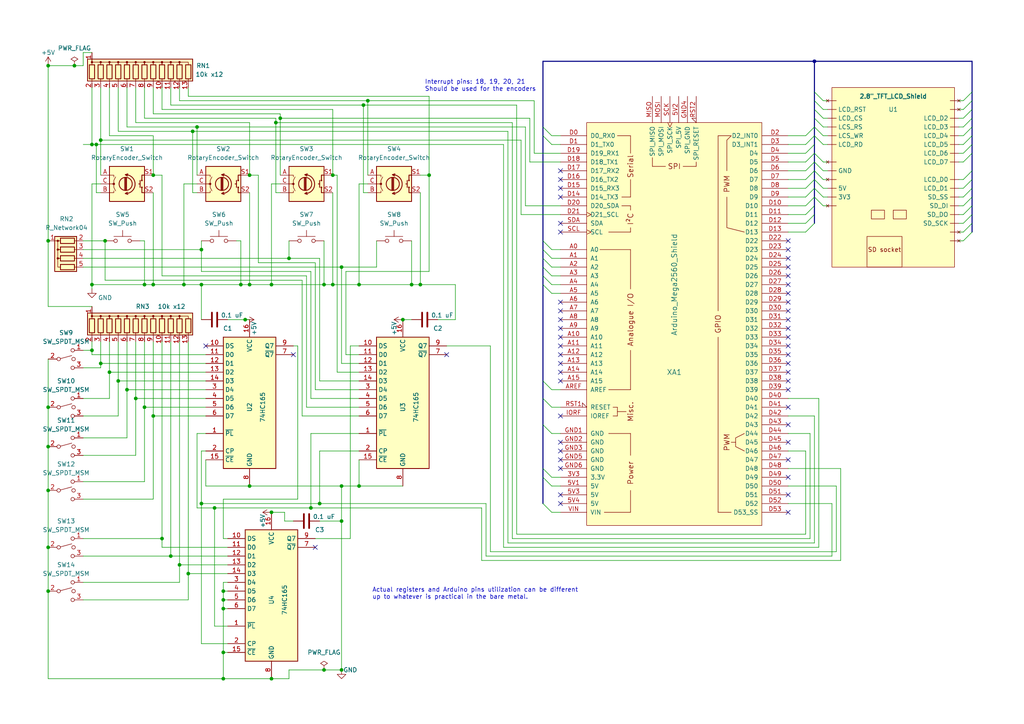
<source format=kicad_sch>
(kicad_sch (version 20211123) (generator eeschema)
  (paper "A4")
  (title_block (title "Arduino-controlled flight sim cockpit") (date "2022-09-06") (rev "1.0") (company "Maryan Rachynskyy"))
  (lib_symbols
    (symbol "74xx:74HC165"
      (property "Reference" "U" (at -7.62 19.05 0))
      (property "Value" "74HC165" (at -7.62 -21.59 0))
      (symbol "74HC165_1_0"
        (pin input line (at -12.7 -10.16 0) (length 5.08) (name "~{PL}") (number "1"))
        (pin input line (at -12.7 15.24 0) (length 5.08) (name "DS") (number "10"))
        (pin input line (at -12.7 12.7 0) (length 5.08) (name "D0") (number "11"))
        (pin input line (at -12.7 10.16 0) (length 5.08) (name "D1") (number "12"))
        (pin input line (at -12.7 7.62 0) (length 5.08) (name "D2") (number "13"))
        (pin input line (at -12.7 5.08 0) (length 5.08) (name "D3") (number "14"))
        (pin input line (at -12.7 -17.78 0) (length 5.08) (name "~{CE}") (number "15"))
        (pin power_in line (at 0 22.86 270) (length 5.08) (name "VCC") (number "16"))
        (pin input line (at -12.7 -15.24 0) (length 5.08) (name "CP") (number "2"))
        (pin input line (at -12.7 2.54 0) (length 5.08) (name "D4") (number "3"))
        (pin input line (at -12.7 0 0) (length 5.08) (name "D5") (number "4"))
        (pin input line (at -12.7 -2.54 0) (length 5.08) (name "D6") (number "5"))
        (pin input line (at -12.7 -5.08 0) (length 5.08) (name "D7") (number "6"))
        (pin output line (at 12.7 12.7 180) (length 5.08) (name "~{Q7}") (number "7"))
        (pin power_in line (at 0 -25.4 90) (length 5.08) (name "GND") (number "8"))
        (pin output line (at 12.7 15.24 180) (length 5.08) (name "Q7") (number "9"))
      )
    )
    (symbol "Device:C" (pin_numbers hide) (pin_names (offset 0.254))
      (property "Reference" "C" (at 0.635 2.54 0))
      (property "Value" "C" (at 0.635 -2.54 0))
      (symbol "C_1_1"
        (pin passive line (at 0 3.81 270) (length 2.794) (name "~") (number "1"))
        (pin passive line (at 0 -3.81 90) (length 2.794) (name "~") (number "2"))
      )
    )
    (symbol "Device:R_Network04" (pin_names (offset 0) hide)
      (property "Reference" "RN" (at -7.62 0 90))
      (property "Value" "R_Network04" (at 5.08 0 90))
      (symbol "R_Network04_1_1"
        (pin passive line (at -5.08 5.08 270) (length 2.54) (name "common") (number "1"))
        (pin passive line (at -5.08 -5.08 90) (length 1.27) (name "R1") (number "2"))
        (pin passive line (at -2.54 -5.08 90) (length 1.27) (name "R2") (number "3"))
        (pin passive line (at 0 -5.08 90) (length 1.27) (name "R3") (number "4"))
        (pin passive line (at 2.54 -5.08 90) (length 1.27) (name "R4") (number "5"))
      )
    )
    (symbol "Device:R_Network12" (pin_names (offset 0) hide)
      (property "Reference" "RN" (at -17.78 0 90))
      (property "Value" "R_Network12" (at 15.24 0 90))
      (symbol "R_Network12_1_1"
        (pin passive line (at -15.24 5.08 270) (length 2.54) (name "common") (number "1"))
        (pin passive line (at 5.08 -5.08 90) (length 1.27) (name "R9") (number "10"))
        (pin passive line (at 7.62 -5.08 90) (length 1.27) (name "R10") (number "11"))
        (pin passive line (at 10.16 -5.08 90) (length 1.27) (name "R11") (number "12"))
        (pin passive line (at 12.7 -5.08 90) (length 1.27) (name "R12") (number "13"))
        (pin passive line (at -15.24 -5.08 90) (length 1.27) (name "R1") (number "2"))
        (pin passive line (at -12.7 -5.08 90) (length 1.27) (name "R2") (number "3"))
        (pin passive line (at -10.16 -5.08 90) (length 1.27) (name "R3") (number "4"))
        (pin passive line (at -7.62 -5.08 90) (length 1.27) (name "R4") (number "5"))
        (pin passive line (at -5.08 -5.08 90) (length 1.27) (name "R5") (number "6"))
        (pin passive line (at -2.54 -5.08 90) (length 1.27) (name "R6") (number "7"))
        (pin passive line (at 0 -5.08 90) (length 1.27) (name "R7") (number "8"))
        (pin passive line (at 2.54 -5.08 90) (length 1.27) (name "R8") (number "9"))
      )
    )
    (symbol "Device:RotaryEncoder_Switch" (pin_names (offset 0.254) hide)
      (property "Reference" "SW" (at 0 6.604 0))
      (property "Value" "RotaryEncoder_Switch" (at 0 -6.604 0))
      (symbol "RotaryEncoder_Switch_1_1"
        (pin passive line (at -7.62 2.54 0) (length 2.54) (name "A") (number "A"))
        (pin passive line (at -7.62 -2.54 0) (length 2.54) (name "B") (number "B"))
        (pin passive line (at -7.62 0 0) (length 2.54) (name "C") (number "C"))
        (pin passive line (at 7.62 2.54 180) (length 2.54) (name "S1") (number "S1"))
        (pin passive line (at 7.62 -2.54 180) (length 2.54) (name "S2") (number "S2"))
      )
    )
    (symbol "Switch:SW_Push" (pin_numbers hide) (pin_names (offset 1.016) hide)
      (property "Reference" "SW" (at 1.27 2.54 0))
      (property "Value" "SW_Push" (at 0 -1.524 0))
      (symbol "SW_Push_0_1"
        (pin passive line (at -5.08 0 0) (length 2.54) (name "1") (number "1"))
        (pin passive line (at 5.08 0 180) (length 2.54) (name "2") (number "2"))
      )
    )
    (symbol "Switch:SW_SPDT_MSM" (pin_names (offset 0) hide)
      (property "Reference" "SW" (at 0 5.08 0))
      (property "Value" "SW_SPDT_MSM" (at 0 -5.08 0))
      (symbol "SW_SPDT_MSM_1_1"
        (pin passive line (at 5.08 2.54 180) (length 2.54) (name "1") (number "1"))
        (pin passive line (at -5.08 0 0) (length 2.54) (name "2") (number "2"))
        (pin passive line (at 5.08 -2.54 180) (length 2.54) (name "3") (number "3"))
      )
    )
    (symbol "arduino:2.8{dblquote}_TFT_LCD_Shield"
      (property "Reference" "U" (at 0 11.43 0))
      (property "Value" "2.8{dblquote}_TFT_LCD_Shield" (at 0 15.24 0))
      (symbol "2.8{dblquote}_TFT_LCD_Shield_0_0"
        (text "SD socket" (at -2.54 -29.21 0) (effects (font (size 1.27 1.27))))
      )
      (symbol "2.8{dblquote}_TFT_LCD_Shield_1_1"
        (pin no_connect line (at -19.05 -16.51 0) (length 2.54) (name "") (number ""))
        (pin no_connect line (at -19.05 -8.89 0) (length 2.54) (name "") (number ""))
        (pin no_connect line (at -19.05 -3.81 0) (length 2.54) (name "") (number ""))
        (pin no_connect line (at -19.05 13.97 0) (length 2.54) (name "") (number ""))
        (pin no_connect line (at 19.05 -26.67 180) (length 2.54) (name "") (number ""))
        (pin no_connect line (at 19.05 -24.13 180) (length 2.54) (name "") (number ""))
        (pin no_connect line (at 19.05 11.43 180) (length 2.54) (name "") (number ""))
        (pin no_connect line (at 19.05 13.97 180) (length 2.54) (name "") (number ""))
        (pin power_in line (at -19.05 -13.97 0) (length 2.54) (name "3V3") (number ""))
        (pin power_in line (at -19.05 -11.43 0) (length 2.54) (name "5V") (number ""))
        (pin power_in line (at -19.05 -6.35 0) (length 2.54) (name "GND") (number ""))
        (pin input line (at -19.05 8.89 0) (length 2.54) (name "LCD_CS") (number ""))
        (pin input line (at 19.05 -8.89 180) (length 2.54) (name "LCD_D0") (number ""))
        (pin input line (at 19.05 -11.43 180) (length 2.54) (name "LCD_D1") (number ""))
        (pin input line (at 19.05 8.89 180) (length 2.54) (name "LCD_D2") (number ""))
        (pin input line (at 19.05 6.35 180) (length 2.54) (name "LCD_D3") (number ""))
        (pin input line (at 19.05 3.81 180) (length 2.54) (name "LCD_D4") (number ""))
        (pin input line (at 19.05 1.27 180) (length 2.54) (name "LCD_D5") (number ""))
        (pin input line (at 19.05 -1.27 180) (length 2.54) (name "LCD_D6") (number ""))
        (pin input line (at 19.05 -3.81 180) (length 2.54) (name "LCD_D7") (number ""))
        (pin input line (at -19.05 1.27 0) (length 2.54) (name "LCD_RD") (number ""))
        (pin input line (at -19.05 11.43 0) (length 2.54) (name "LCD_RST") (number ""))
        (pin input line (at -19.05 6.35 0) (length 2.54) (name "LCS_RS") (number ""))
        (pin output line (at -19.05 3.81 0) (length 2.54) (name "LCS_WR") (number ""))
        (pin input line (at 19.05 -16.51 180) (length 2.54) (name "SD_DI") (number ""))
        (pin output line (at 19.05 -19.05 180) (length 2.54) (name "SD_DO") (number ""))
        (pin input line (at 19.05 -21.59 180) (length 2.54) (name "SD_SCK") (number ""))
        (pin input line (at 19.05 -13.97 180) (length 2.54) (name "SD_SS") (number ""))
      )
    )
    (symbol "arduino:Arduino_Mega2560_Shield" (pin_names (offset 1.016))
      (property "Reference" "XA" (at 2.54 0 90))
      (property "Value" "Arduino_Mega2560_Shield" (at -2.54 0 90))
      (symbol "Arduino_Mega2560_Shield_0_0"
        (text "Analogue I/O" (at -12.7 1.27 900) (effects (font (size 1.524 1.524))))
        (text "I²C" (at -12.7 30.48 900) (effects (font (size 1.524 1.524))))
        (text "Misc." (at -12.7 -25.4 900) (effects (font (size 1.524 1.524))))
        (text "Power" (at -12.7 -43.18 900) (effects (font (size 1.524 1.524))))
        (text "PWM" (at 15.24 -34.29 900) (effects (font (size 1.524 1.524))))
        (text "PWM" (at 15.24 40.64 900) (effects (font (size 1.524 1.524))))
        (text "Serial" (at -12.7 45.72 900) (effects (font (size 1.524 1.524))))
        (text "SPI" (at 0 45.72 0) (effects (font (size 1.524 1.524))))
      )
      (symbol "Arduino_Mega2560_Shield_1_0"
        (text "GPIO" (at 12.7 0 900) (effects (font (size 1.524 1.524))))
      )
      (symbol "Arduino_Mega2560_Shield_1_1"
        (pin power_in line (at -33.02 -44.45 0) (length 7.62) (name "3.3V") (number "3V3"))
        (pin power_in line (at -33.02 -46.99 0) (length 7.62) (name "5V") (number "5V1"))
        (pin power_in line (at 1.27 66.04 270) (length 7.62) (name "SPI_5V") (number "5V2"))
        (pin power_in line (at -33.02 -49.53 0) (length 7.62) (name "5V") (number "5V3"))
        (pin power_in line (at -33.02 -52.07 0) (length 7.62) (name "5V") (number "5V4"))
        (pin bidirectional line (at -33.02 21.59 0) (length 7.62) (name "A0") (number "A0"))
        (pin bidirectional line (at -33.02 19.05 0) (length 7.62) (name "A1") (number "A1"))
        (pin bidirectional line (at -33.02 -3.81 0) (length 7.62) (name "A10") (number "A10"))
        (pin bidirectional line (at -33.02 -6.35 0) (length 7.62) (name "A11") (number "A11"))
        (pin bidirectional line (at -33.02 -8.89 0) (length 7.62) (name "A12") (number "A12"))
        (pin bidirectional line (at -33.02 -11.43 0) (length 7.62) (name "A13") (number "A13"))
        (pin bidirectional line (at -33.02 -13.97 0) (length 7.62) (name "A14") (number "A14"))
        (pin bidirectional line (at -33.02 -16.51 0) (length 7.62) (name "A15") (number "A15"))
        (pin bidirectional line (at -33.02 16.51 0) (length 7.62) (name "A2") (number "A2"))
        (pin bidirectional line (at -33.02 13.97 0) (length 7.62) (name "A3") (number "A3"))
        (pin bidirectional line (at -33.02 11.43 0) (length 7.62) (name "A4") (number "A4"))
        (pin bidirectional line (at -33.02 8.89 0) (length 7.62) (name "A5") (number "A5"))
        (pin bidirectional line (at -33.02 6.35 0) (length 7.62) (name "A6") (number "A6"))
        (pin bidirectional line (at -33.02 3.81 0) (length 7.62) (name "A7") (number "A7"))
        (pin bidirectional line (at -33.02 1.27 0) (length 7.62) (name "A8") (number "A8"))
        (pin bidirectional line (at -33.02 -1.27 0) (length 7.62) (name "A9") (number "A9"))
        (pin input line (at -33.02 -19.05 0) (length 7.62) (name "AREF") (number "AREF"))
        (pin bidirectional line (at -33.02 54.61 0) (length 7.62) (name "D0_RX0") (number "D0"))
        (pin bidirectional line (at -33.02 52.07 0) (length 7.62) (name "D1_TX0") (number "D1"))
        (pin bidirectional line (at 33.02 34.29 180) (length 7.62) (name "D10") (number "D10"))
        (pin bidirectional line (at 33.02 31.75 180) (length 7.62) (name "D11") (number "D11"))
        (pin bidirectional line (at 33.02 29.21 180) (length 7.62) (name "D12") (number "D12"))
        (pin bidirectional line (at 33.02 26.67 180) (length 7.62) (name "D13") (number "D13"))
        (pin bidirectional line (at -33.02 36.83 0) (length 7.62) (name "D14_TX3") (number "D14"))
        (pin bidirectional line (at -33.02 39.37 0) (length 7.62) (name "D15_RX3") (number "D15"))
        (pin bidirectional line (at -33.02 41.91 0) (length 7.62) (name "D16_TX2") (number "D16"))
        (pin bidirectional line (at -33.02 44.45 0) (length 7.62) (name "D17_RX2") (number "D17"))
        (pin bidirectional line (at -33.02 46.99 0) (length 7.62) (name "D18_TX1") (number "D18"))
        (pin bidirectional line (at -33.02 49.53 0) (length 7.62) (name "D19_RX1") (number "D19"))
        (pin bidirectional line (at 33.02 54.61 180) (length 7.62) (name "D2_INT0") (number "D2"))
        (pin bidirectional line (at -33.02 34.29 0) (length 7.62) (name "D20_SDA") (number "D20"))
        (pin bidirectional clock (at -33.02 31.75 0) (length 7.62) (name "D21_SCL") (number "D21"))
        (pin bidirectional line (at 33.02 24.13 180) (length 7.62) (name "D22") (number "D22"))
        (pin bidirectional line (at 33.02 21.59 180) (length 7.62) (name "D23") (number "D23"))
        (pin bidirectional line (at 33.02 19.05 180) (length 7.62) (name "D24") (number "D24"))
        (pin bidirectional line (at 33.02 16.51 180) (length 7.62) (name "D25") (number "D25"))
        (pin bidirectional line (at 33.02 13.97 180) (length 7.62) (name "D26") (number "D26"))
        (pin bidirectional line (at 33.02 11.43 180) (length 7.62) (name "D27") (number "D27"))
        (pin bidirectional line (at 33.02 8.89 180) (length 7.62) (name "D28") (number "D28"))
        (pin bidirectional line (at 33.02 6.35 180) (length 7.62) (name "D29") (number "D29"))
        (pin bidirectional line (at 33.02 52.07 180) (length 7.62) (name "D3_INT1") (number "D3"))
        (pin bidirectional line (at 33.02 3.81 180) (length 7.62) (name "D30") (number "D30"))
        (pin bidirectional line (at 33.02 1.27 180) (length 7.62) (name "D31") (number "D31"))
        (pin bidirectional line (at 33.02 -1.27 180) (length 7.62) (name "D32") (number "D32"))
        (pin bidirectional line (at 33.02 -3.81 180) (length 7.62) (name "D33") (number "D33"))
        (pin bidirectional line (at 33.02 -6.35 180) (length 7.62) (name "D34") (number "D34"))
        (pin bidirectional line (at 33.02 -8.89 180) (length 7.62) (name "D35") (number "D35"))
        (pin bidirectional line (at 33.02 -11.43 180) (length 7.62) (name "D36") (number "D36"))
        (pin bidirectional line (at 33.02 -13.97 180) (length 7.62) (name "D37") (number "D37"))
        (pin bidirectional line (at 33.02 -16.51 180) (length 7.62) (name "D38") (number "D38"))
        (pin bidirectional line (at 33.02 -19.05 180) (length 7.62) (name "D39") (number "D39"))
        (pin bidirectional line (at 33.02 49.53 180) (length 7.62) (name "D4") (number "D4"))
        (pin bidirectional line (at 33.02 -21.59 180) (length 7.62) (name "D40") (number "D40"))
        (pin bidirectional line (at 33.02 -24.13 180) (length 7.62) (name "D41") (number "D41"))
        (pin bidirectional line (at 33.02 -26.67 180) (length 7.62) (name "D42") (number "D42"))
        (pin bidirectional line (at 33.02 -29.21 180) (length 7.62) (name "D43") (number "D43"))
        (pin bidirectional line (at 33.02 -31.75 180) (length 7.62) (name "D44") (number "D44"))
        (pin bidirectional line (at 33.02 -34.29 180) (length 7.62) (name "D45") (number "D45"))
        (pin bidirectional line (at 33.02 -36.83 180) (length 7.62) (name "D46") (number "D46"))
        (pin bidirectional line (at 33.02 -39.37 180) (length 7.62) (name "D47") (number "D47"))
        (pin bidirectional line (at 33.02 -41.91 180) (length 7.62) (name "D48") (number "D48"))
        (pin bidirectional line (at 33.02 -44.45 180) (length 7.62) (name "D49") (number "D49"))
        (pin bidirectional line (at 33.02 46.99 180) (length 7.62) (name "D5") (number "D5"))
        (pin bidirectional line (at 33.02 -46.99 180) (length 7.62) (name "D50") (number "D50"))
        (pin bidirectional line (at 33.02 -49.53 180) (length 7.62) (name "D51") (number "D51"))
        (pin bidirectional line (at 33.02 -52.07 180) (length 7.62) (name "D52") (number "D52"))
        (pin bidirectional line (at 33.02 -54.61 180) (length 7.62) (name "D53_SS") (number "D53"))
        (pin bidirectional line (at 33.02 44.45 180) (length 7.62) (name "D6") (number "D6"))
        (pin bidirectional line (at 33.02 41.91 180) (length 7.62) (name "D7") (number "D7"))
        (pin bidirectional line (at 33.02 39.37 180) (length 7.62) (name "D8") (number "D8"))
        (pin bidirectional line (at 33.02 36.83 180) (length 7.62) (name "D9") (number "D9"))
        (pin power_in line (at -33.02 -31.75 0) (length 7.62) (name "GND") (number "GND1"))
        (pin power_in line (at -33.02 -34.29 0) (length 7.62) (name "GND") (number "GND2"))
        (pin power_in line (at -33.02 -36.83 0) (length 7.62) (name "GND") (number "GND3"))
        (pin power_in line (at 3.81 66.04 270) (length 7.62) (name "SPI_GND") (number "GND4"))
        (pin power_in line (at -33.02 -39.37 0) (length 7.62) (name "GND") (number "GND5"))
        (pin power_in line (at -33.02 -41.91 0) (length 7.62) (name "GND") (number "GND6"))
        (pin output line (at -33.02 -26.67 0) (length 7.62) (name "IOREF") (number "IORF"))
        (pin input line (at -6.35 66.04 270) (length 7.62) (name "SPI_MISO") (number "MISO"))
        (pin output line (at -3.81 66.04 270) (length 7.62) (name "SPI_MOSI") (number "MOSI"))
        (pin open_collector input_low (at -33.02 -24.13 0) (length 7.62) (name "RESET") (number "RST1"))
        (pin open_collector input_low (at 6.35 66.04 270) (length 7.62) (name "SPI_RESET") (number "RST2"))
        (pin output clock (at -1.27 66.04 270) (length 7.62) (name "SPI_SCK") (number "SCK"))
        (pin bidirectional clock (at -33.02 26.67 0) (length 7.62) (name "SCL") (number "SCL"))
        (pin bidirectional line (at -33.02 29.21 0) (length 7.62) (name "SDA") (number "SDA"))
        (pin power_in line (at -33.02 -54.61 0) (length 7.62) (name "VIN") (number "VIN"))
      )
    )
    (symbol "power:+5V" (power) (pin_names (offset 0))
      (property "Value" "+5V" (at 0 3.556 0))
      (symbol "+5V_1_1"
        (pin power_in line (at 0 0 90) (length 0) hide (name "+5V") (number "1"))
      )
    )
    (symbol "power:GND" (power) (pin_names (offset 0))
      (property "Value" "GND" (at 0 -3.81 0))
      (symbol "GND_1_1"
        (pin power_in line (at 0 0 270) (length 0) hide (name "GND") (number "1"))
      )
    )
    (symbol "power:PWR_FLAG" (power) (pin_numbers hide) (pin_names (offset 0) hide)
      (property "Value" "PWR_FLAG" (at 0 3.81 0))
      (symbol "PWR_FLAG_0_0"
        (pin power_out line (at 0 0 90) (length 0) (name "pwr") (number "1"))
      )
    )
  )
  (junction (at 21.59 19.05))
  (junction (at 52.07 163.83))
  (junction (at 62.23 147.32))
  (junction (at 83.82 74.93))
  (junction (at 121.92 82.55))
  (junction (at 13.97 158.75))
  (junction (at 81.28 34.29))
  (junction (at 44.45 50.8))
  (junction (at 64.77 189.23))
  (junction (at 78.74 148.59))
  (junction (at 13.97 118.11))
  (junction (at 13.97 19.05))
  (junction (at 49.53 161.29))
  (junction (at 30.48 69.85))
  (junction (at 13.97 69.85))
  (junction (at 36.83 113.03))
  (junction (at 64.77 173.99))
  (junction (at 13.97 142.24))
  (junction (at 105.41 30.48))
  (junction (at 119.38 82.55))
  (junction (at 27.94 41.91))
  (junction (at 93.98 82.55))
  (junction (at 104.14 82.55))
  (junction (at 99.06 77.47))
  (junction (at 13.97 171.45))
  (junction (at 64.77 171.45))
  (junction (at 41.91 118.11))
  (junction (at 57.15 36.83))
  (junction (at 26.67 101.6))
  (junction (at 99.06 194.31))
  (junction (at 26.67 82.55))
  (junction (at 80.01 35.56))
  (junction (at 236.22 17.78))
  (junction (at 29.21 40.64))
  (junction (at 31.75 107.95))
  (junction (at 72.39 140.97))
  (junction (at 26.67 41.91))
  (junction (at 93.98 194.31))
  (junction (at 39.37 115.57))
  (junction (at 99.06 151.13))
  (junction (at 116.84 92.71))
  (junction (at 72.39 82.55))
  (junction (at 124.46 50.8))
  (junction (at 13.97 129.54))
  (junction (at 64.77 196.85))
  (junction (at 44.45 82.55))
  (junction (at 34.29 110.49))
  (junction (at 44.45 120.65))
  (junction (at 41.91 82.55))
  (junction (at 96.52 82.55))
  (junction (at 96.52 50.8))
  (junction (at 58.42 72.39))
  (junction (at 46.99 156.21))
  (junction (at 54.61 166.37))
  (junction (at 92.71 146.05))
  (junction (at 90.17 147.32))
  (junction (at 106.68 29.21))
  (junction (at 64.77 176.53))
  (junction (at 72.39 50.8))
  (junction (at 53.34 82.55))
  (junction (at 104.14 140.97))
  (junction (at 71.12 92.71))
  (junction (at 29.21 105.41))
  (junction (at 55.88 38.1))
  (junction (at 78.74 196.85))
  (junction (at 58.42 82.55))
  (junction (at 58.42 146.05))
  (junction (at 78.74 82.55))
  (junction (at 99.06 140.97))
  (junction (at 69.85 82.55))
  (no_connect (at 228.6 118.11))
  (no_connect (at 228.6 123.19))
  (no_connect (at 228.6 128.27))
  (no_connect (at 228.6 133.35))
  (no_connect (at 228.6 85.09))
  (no_connect (at 228.6 87.63))
  (no_connect (at 228.6 90.17))
  (no_connect (at 228.6 92.71))
  (no_connect (at 228.6 95.25))
  (no_connect (at 228.6 97.79))
  (no_connect (at 228.6 100.33))
  (no_connect (at 228.6 102.87))
  (no_connect (at 228.6 105.41))
  (no_connect (at 228.6 107.95))
  (no_connect (at 228.6 110.49))
  (no_connect (at 228.6 113.03))
  (no_connect (at 228.6 138.43))
  (no_connect (at 162.56 146.05))
  (no_connect (at 162.56 143.51))
  (no_connect (at 162.56 107.95))
  (no_connect (at 162.56 110.49))
  (no_connect (at 162.56 120.65))
  (no_connect (at 162.56 135.89))
  (no_connect (at 162.56 128.27))
  (no_connect (at 162.56 130.81))
  (no_connect (at 162.56 133.35))
  (no_connect (at 162.56 90.17))
  (no_connect (at 162.56 87.63))
  (no_connect (at 162.56 105.41))
  (no_connect (at 162.56 102.87))
  (no_connect (at 162.56 100.33))
  (no_connect (at 162.56 97.79))
  (no_connect (at 162.56 95.25))
  (no_connect (at 162.56 92.71))
  (no_connect (at 91.44 158.75))
  (no_connect (at 129.54 102.87))
  (no_connect (at 228.6 148.59))
  (no_connect (at 228.6 143.51))
  (no_connect (at 59.69 100.33))
  (no_connect (at 228.6 82.55))
  (no_connect (at 162.56 64.77))
  (no_connect (at 85.09 102.87))
  (no_connect (at 162.56 52.07))
  (no_connect (at 162.56 57.15))
  (no_connect (at 162.56 49.53))
  (no_connect (at 162.56 67.31))
  (no_connect (at 228.6 69.85))
  (no_connect (at 228.6 72.39))
  (no_connect (at 228.6 74.93))
  (no_connect (at 228.6 77.47))
  (no_connect (at 228.6 80.01))
  (no_connect (at 162.56 54.61))
  (bus_entry (at 233.68 39.37) (size 2.54 -2.54))
  (bus_entry (at 279.4 39.37) (size 2.54 -2.54))
  (bus_entry (at 279.4 64.77) (size 2.54 -2.54))
  (bus_entry (at 233.68 44.45) (size 2.54 -2.54))
  (bus_entry (at 157.48 146.05) (size 2.54 2.54))
  (bus_entry (at 233.68 67.31) (size 2.54 -2.54))
  (bus_entry (at 279.4 36.83) (size 2.54 -2.54))
  (bus_entry (at 279.4 59.69) (size 2.54 -2.54))
  (bus_entry (at 233.68 41.91) (size 2.54 -2.54))
  (bus_entry (at 233.68 62.23) (size 2.54 -2.54))
  (bus_entry (at 157.48 115.57) (size 2.54 2.54))
  (bus_entry (at 279.4 44.45) (size 2.54 -2.54))
  (bus_entry (at 236.22 54.61) (size 2.54 2.54))
  (bus_entry (at 236.22 57.15) (size 2.54 2.54))
  (bus_entry (at 236.22 52.07) (size 2.54 2.54))
  (bus_entry (at 236.22 49.53) (size 2.54 2.54))
  (bus_entry (at 236.22 46.99) (size 2.54 2.54))
  (bus_entry (at 236.22 26.67) (size 2.54 2.54))
  (bus_entry (at 236.22 29.21) (size 2.54 2.54))
  (bus_entry (at 236.22 34.29) (size 2.54 2.54))
  (bus_entry (at 236.22 31.75) (size 2.54 2.54))
  (bus_entry (at 236.22 39.37) (size 2.54 2.54))
  (bus_entry (at 236.22 36.83) (size 2.54 2.54))
  (bus_entry (at 236.22 44.45) (size 2.54 2.54))
  (bus_entry (at 157.48 69.85) (size 2.54 2.54))
  (bus_entry (at 233.68 59.69) (size 2.54 -2.54))
  (bus_entry (at 233.68 64.77) (size 2.54 -2.54))
  (bus_entry (at 279.4 41.91) (size 2.54 -2.54))
  (bus_entry (at 157.48 123.19) (size 2.54 2.54))
  (bus_entry (at 279.4 54.61) (size 2.54 -2.54))
  (bus_entry (at 279.4 52.07) (size 2.54 -2.54))
  (bus_entry (at 279.4 67.31) (size 2.54 -2.54))
  (bus_entry (at 279.4 69.85) (size 2.54 -2.54))
  (bus_entry (at 157.48 36.83) (size 2.54 2.54))
  (bus_entry (at 157.48 39.37) (size 2.54 2.54))
  (bus_entry (at 157.48 77.47) (size 2.54 2.54))
  (bus_entry (at 157.48 80.01) (size 2.54 2.54))
  (bus_entry (at 157.48 74.93) (size 2.54 2.54))
  (bus_entry (at 279.4 62.23) (size 2.54 -2.54))
  (bus_entry (at 233.68 49.53) (size 2.54 -2.54))
  (bus_entry (at 279.4 29.21) (size 2.54 -2.54))
  (bus_entry (at 157.48 82.55) (size 2.54 2.54))
  (bus_entry (at 157.48 72.39) (size 2.54 2.54))
  (bus_entry (at 233.68 52.07) (size 2.54 -2.54))
  (bus_entry (at 233.68 46.99) (size 2.54 -2.54))
  (bus_entry (at 279.4 57.15) (size 2.54 -2.54))
  (bus_entry (at 279.4 31.75) (size 2.54 -2.54))
  (bus_entry (at 233.68 57.15) (size 2.54 -2.54))
  (bus_entry (at 157.48 135.89) (size 2.54 2.54))
  (bus_entry (at 157.48 138.43) (size 2.54 2.54))
  (bus_entry (at 279.4 46.99) (size 2.54 -2.54))
  (bus_entry (at 157.48 110.49) (size 2.54 2.54))
  (bus_entry (at 233.68 54.61) (size 2.54 -2.54))
  (bus_entry (at 279.4 34.29) (size 2.54 -2.54))
  (wire (pts (xy 160.02 77.47) (xy 162.56 77.47)))
  (wire (pts (xy 242.57 140.97) (xy 242.57 160.02)))
  (wire (pts (xy 41.91 69.85) (xy 41.91 82.55)))
  (wire (pts (xy 92.71 110.49) (xy 104.14 110.49)))
  (wire (pts (xy 241.3 146.05) (xy 228.6 146.05)))
  (bus (pts (xy 157.48 36.83) (xy 157.48 39.37)))
  (wire (pts (xy 34.29 38.1) (xy 34.29 25.4)))
  (wire (pts (xy 241.3 161.29) (xy 241.3 146.05)))
  (wire (pts (xy 36.83 127) (xy 24.13 127)))
  (wire (pts (xy 44.45 55.88) (xy 44.45 82.55)))
  (bus (pts (xy 236.22 39.37) (xy 236.22 41.91)))
  (wire (pts (xy 243.84 162.56) (xy 243.84 135.89)))
  (wire (pts (xy 39.37 25.4) (xy 39.37 35.56)))
  (wire (pts (xy 44.45 82.55) (xy 53.34 82.55)))
  (wire (pts (xy 278.13 36.83) (xy 279.4 36.83)))
  (wire (pts (xy 59.69 140.97) (xy 72.39 140.97)))
  (wire (pts (xy 46.99 156.21) (xy 24.13 156.21)))
  (wire (pts (xy 66.04 168.91) (xy 64.77 168.91)))
  (bus (pts (xy 281.94 34.29) (xy 281.94 36.83)))
  (wire (pts (xy 233.68 130.81) (xy 233.68 154.94)))
  (wire (pts (xy 26.67 102.87) (xy 59.69 102.87)))
  (wire (pts (xy 139.7 147.32) (xy 139.7 162.56)))
  (bus (pts (xy 281.94 41.91) (xy 281.94 44.45)))
  (wire (pts (xy 162.56 62.23) (xy 151.13 62.23)))
  (wire (pts (xy 58.42 186.69) (xy 66.04 186.69)))
  (wire (pts (xy 146.05 41.91) (xy 146.05 158.75)))
  (wire (pts (xy 154.94 29.21) (xy 154.94 44.45)))
  (wire (pts (xy 228.6 57.15) (xy 233.68 57.15)))
  (wire (pts (xy 278.13 34.29) (xy 279.4 34.29)))
  (wire (pts (xy 66.04 92.71) (xy 71.12 92.71)))
  (wire (pts (xy 41.91 82.55) (xy 44.45 82.55)))
  (wire (pts (xy 83.82 74.93) (xy 83.82 69.85)))
  (wire (pts (xy 228.6 54.61) (xy 233.68 54.61)))
  (wire (pts (xy 228.6 59.69) (xy 233.68 59.69)))
  (wire (pts (xy 24.13 106.68) (xy 29.21 106.68)))
  (wire (pts (xy 64.77 144.78) (xy 64.77 156.21)))
  (bus (pts (xy 157.48 115.57) (xy 157.48 123.19)))
  (wire (pts (xy 34.29 110.49) (xy 34.29 120.65)))
  (wire (pts (xy 24.13 41.91) (xy 26.67 41.91)))
  (wire (pts (xy 238.76 31.75) (xy 240.03 31.75)))
  (wire (pts (xy 57.15 147.32) (xy 62.23 147.32)))
  (wire (pts (xy 44.45 120.65) (xy 59.69 120.65)))
  (wire (pts (xy 24.13 101.6) (xy 26.67 101.6)))
  (wire (pts (xy 238.76 39.37) (xy 240.03 39.37)))
  (wire (pts (xy 39.37 115.57) (xy 59.69 115.57)))
  (wire (pts (xy 44.45 50.8) (xy 44.45 39.37)))
  (wire (pts (xy 83.82 196.85) (xy 83.82 194.31)))
  (wire (pts (xy 119.38 92.71) (xy 116.84 92.71)))
  (wire (pts (xy 13.97 196.85) (xy 64.77 196.85)))
  (wire (pts (xy 58.42 82.55) (xy 69.85 82.55)))
  (wire (pts (xy 13.97 129.54) (xy 13.97 142.24)))
  (wire (pts (xy 228.6 130.81) (xy 233.68 130.81)))
  (wire (pts (xy 29.21 25.4) (xy 29.21 40.64)))
  (wire (pts (xy 74.93 50.8) (xy 72.39 50.8)))
  (wire (pts (xy 83.82 194.31) (xy 93.98 194.31)))
  (wire (pts (xy 44.45 33.02) (xy 44.45 25.4)))
  (wire (pts (xy 101.6 100.33) (xy 101.6 156.21)))
  (wire (pts (xy 36.83 113.03) (xy 36.83 127)))
  (wire (pts (xy 124.46 78.74) (xy 124.46 50.8)))
  (wire (pts (xy 24.13 15.24) (xy 24.13 19.05)))
  (wire (pts (xy 146.05 158.75) (xy 237.49 158.75)))
  (wire (pts (xy 64.77 171.45) (xy 64.77 173.99)))
  (wire (pts (xy 31.75 99.06) (xy 31.75 107.95)))
  (wire (pts (xy 124.46 50.8) (xy 124.46 27.94)))
  (wire (pts (xy 124.46 50.8) (xy 121.92 50.8)))
  (bus (pts (xy 281.94 36.83) (xy 281.94 39.37)))
  (wire (pts (xy 26.67 15.24) (xy 24.13 15.24)))
  (wire (pts (xy 36.83 25.4) (xy 36.83 36.83)))
  (bus (pts (xy 236.22 34.29) (xy 236.22 36.83)))
  (wire (pts (xy 160.02 125.73) (xy 162.56 125.73)))
  (wire (pts (xy 29.21 105.41) (xy 59.69 105.41)))
  (bus (pts (xy 281.94 26.67) (xy 281.94 29.21)))
  (wire (pts (xy 64.77 176.53) (xy 64.77 189.23)))
  (wire (pts (xy 29.21 40.64) (xy 151.13 40.64)))
  (wire (pts (xy 82.55 151.13) (xy 82.55 148.59)))
  (bus (pts (xy 236.22 17.78) (xy 281.94 17.78)))
  (bus (pts (xy 281.94 59.69) (xy 281.94 62.23)))
  (wire (pts (xy 99.06 151.13) (xy 99.06 140.97)))
  (wire (pts (xy 148.59 35.56) (xy 148.59 156.21)))
  (wire (pts (xy 91.44 76.2) (xy 74.93 76.2)))
  (wire (pts (xy 97.79 50.8) (xy 97.79 107.95)))
  (wire (pts (xy 58.42 78.74) (xy 58.42 72.39)))
  (wire (pts (xy 96.52 82.55) (xy 104.14 82.55)))
  (wire (pts (xy 13.97 142.24) (xy 13.97 158.75)))
  (wire (pts (xy 46.99 80.01) (xy 46.99 50.8)))
  (wire (pts (xy 26.67 41.91) (xy 27.94 41.91)))
  (wire (pts (xy 64.77 176.53) (xy 66.04 176.53)))
  (wire (pts (xy 62.23 181.61) (xy 66.04 181.61)))
  (wire (pts (xy 44.45 39.37) (xy 31.75 39.37)))
  (bus (pts (xy 236.22 36.83) (xy 236.22 39.37)))
  (wire (pts (xy 104.14 102.87) (xy 100.33 102.87)))
  (wire (pts (xy 39.37 115.57) (xy 39.37 132.08)))
  (wire (pts (xy 106.68 29.21) (xy 154.94 29.21)))
  (wire (pts (xy 160.02 85.09) (xy 162.56 85.09)))
  (wire (pts (xy 100.33 78.74) (xy 124.46 78.74)))
  (wire (pts (xy 238.76 41.91) (xy 240.03 41.91)))
  (wire (pts (xy 34.29 38.1) (xy 55.88 38.1)))
  (wire (pts (xy 233.68 154.94) (xy 149.86 154.94)))
  (wire (pts (xy 85.09 100.33) (xy 86.36 100.33)))
  (wire (pts (xy 53.34 53.34) (xy 53.34 82.55)))
  (wire (pts (xy 46.99 31.75) (xy 46.99 25.4)))
  (wire (pts (xy 278.13 44.45) (xy 279.4 44.45)))
  (wire (pts (xy 24.13 69.85) (xy 30.48 69.85)))
  (wire (pts (xy 59.69 133.35) (xy 59.69 140.97)))
  (wire (pts (xy 72.39 50.8) (xy 72.39 35.56)))
  (bus (pts (xy 281.94 52.07) (xy 281.94 54.61)))
  (wire (pts (xy 147.32 38.1) (xy 147.32 157.48)))
  (wire (pts (xy 87.63 81.28) (xy 87.63 120.65)))
  (bus (pts (xy 157.48 82.55) (xy 157.48 110.49)))
  (bus (pts (xy 157.48 77.47) (xy 157.48 80.01)))
  (wire (pts (xy 160.02 140.97) (xy 162.56 140.97)))
  (bus (pts (xy 157.48 72.39) (xy 157.48 74.93)))
  (wire (pts (xy 93.98 82.55) (xy 96.52 82.55)))
  (wire (pts (xy 31.75 107.95) (xy 59.69 107.95)))
  (wire (pts (xy 52.07 163.83) (xy 52.07 168.91)))
  (wire (pts (xy 44.45 33.02) (xy 81.28 33.02)))
  (bus (pts (xy 157.48 135.89) (xy 157.48 138.43)))
  (wire (pts (xy 13.97 88.9) (xy 13.97 69.85)))
  (bus (pts (xy 236.22 26.67) (xy 236.22 29.21)))
  (wire (pts (xy 24.13 173.99) (xy 54.61 173.99)))
  (wire (pts (xy 36.83 113.03) (xy 59.69 113.03)))
  (wire (pts (xy 96.52 50.8) (xy 96.52 31.75)))
  (wire (pts (xy 238.76 29.21) (xy 240.03 29.21)))
  (wire (pts (xy 41.91 118.11) (xy 59.69 118.11)))
  (wire (pts (xy 153.67 46.99) (xy 153.67 34.29)))
  (wire (pts (xy 58.42 146.05) (xy 92.71 146.05)))
  (wire (pts (xy 92.71 146.05) (xy 140.97 146.05)))
  (wire (pts (xy 54.61 27.94) (xy 54.61 25.4)))
  (wire (pts (xy 58.42 78.74) (xy 90.17 78.74)))
  (wire (pts (xy 86.36 100.33) (xy 86.36 144.78)))
  (wire (pts (xy 46.99 50.8) (xy 44.45 50.8)))
  (wire (pts (xy 26.67 82.55) (xy 41.91 82.55)))
  (wire (pts (xy 105.41 30.48) (xy 105.41 55.88)))
  (wire (pts (xy 228.6 67.31) (xy 233.68 67.31)))
  (bus (pts (xy 281.94 39.37) (xy 281.94 41.91)))
  (wire (pts (xy 278.13 69.85) (xy 279.4 69.85)))
  (wire (pts (xy 121.92 82.55) (xy 119.38 82.55)))
  (bus (pts (xy 281.94 44.45) (xy 281.94 49.53)))
  (wire (pts (xy 160.02 72.39) (xy 162.56 72.39)))
  (bus (pts (xy 157.48 123.19) (xy 157.48 135.89)))
  (wire (pts (xy 41.91 118.11) (xy 41.91 139.7)))
  (wire (pts (xy 57.15 125.73) (xy 57.15 147.32)))
  (wire (pts (xy 96.52 31.75) (xy 46.99 31.75)))
  (wire (pts (xy 129.54 100.33) (xy 142.24 100.33)))
  (wire (pts (xy 228.6 120.65) (xy 236.22 120.65)))
  (bus (pts (xy 236.22 59.69) (xy 236.22 62.23)))
  (wire (pts (xy 237.49 115.57) (xy 237.49 158.75)))
  (wire (pts (xy 34.29 120.65) (xy 24.13 120.65)))
  (wire (pts (xy 151.13 62.23) (xy 151.13 40.64)))
  (wire (pts (xy 30.48 81.28) (xy 30.48 69.85)))
  (wire (pts (xy 72.39 55.88) (xy 72.39 82.55)))
  (wire (pts (xy 44.45 120.65) (xy 44.45 144.78)))
  (wire (pts (xy 29.21 106.68) (xy 29.21 105.41)))
  (wire (pts (xy 91.44 113.03) (xy 104.14 113.03)))
  (wire (pts (xy 278.13 29.21) (xy 279.4 29.21)))
  (wire (pts (xy 228.6 62.23) (xy 233.68 62.23)))
  (wire (pts (xy 31.75 107.95) (xy 31.75 115.57)))
  (wire (pts (xy 26.67 53.34) (xy 29.21 53.34)))
  (wire (pts (xy 92.71 74.93) (xy 92.71 110.49)))
  (wire (pts (xy 59.69 130.81) (xy 58.42 130.81)))
  (wire (pts (xy 238.76 59.69) (xy 240.03 59.69)))
  (wire (pts (xy 228.6 39.37) (xy 233.68 39.37)))
  (bus (pts (xy 281.94 31.75) (xy 281.94 34.29)))
  (wire (pts (xy 100.33 102.87) (xy 100.33 78.74)))
  (wire (pts (xy 68.58 69.85) (xy 69.85 69.85)))
  (wire (pts (xy 26.67 82.55) (xy 26.67 53.34)))
  (wire (pts (xy 54.61 99.06) (xy 54.61 166.37)))
  (wire (pts (xy 243.84 135.89) (xy 228.6 135.89)))
  (bus (pts (xy 157.48 138.43) (xy 157.48 146.05)))
  (bus (pts (xy 157.48 17.78) (xy 236.22 17.78)))
  (wire (pts (xy 58.42 82.55) (xy 58.42 92.71)))
  (wire (pts (xy 24.13 19.05) (xy 21.59 19.05)))
  (wire (pts (xy 228.6 125.73) (xy 234.95 125.73)))
  (wire (pts (xy 160.02 138.43) (xy 162.56 138.43)))
  (wire (pts (xy 52.07 29.21) (xy 106.68 29.21)))
  (wire (pts (xy 162.56 59.69) (xy 152.4 59.69)))
  (wire (pts (xy 88.9 118.11) (xy 104.14 118.11)))
  (bus (pts (xy 236.22 57.15) (xy 236.22 59.69)))
  (bus (pts (xy 236.22 31.75) (xy 236.22 34.29)))
  (wire (pts (xy 39.37 99.06) (xy 39.37 115.57)))
  (bus (pts (xy 236.22 29.21) (xy 236.22 31.75)))
  (wire (pts (xy 139.7 162.56) (xy 243.84 162.56)))
  (wire (pts (xy 93.98 194.31) (xy 99.06 194.31)))
  (wire (pts (xy 21.59 19.05) (xy 13.97 19.05)))
  (wire (pts (xy 88.9 80.01) (xy 88.9 118.11)))
  (bus (pts (xy 157.48 39.37) (xy 157.48 69.85)))
  (bus (pts (xy 281.94 29.21) (xy 281.94 31.75)))
  (wire (pts (xy 278.13 64.77) (xy 279.4 64.77)))
  (bus (pts (xy 236.22 46.99) (xy 236.22 49.53)))
  (bus (pts (xy 157.48 110.49) (xy 157.48 115.57)))
  (wire (pts (xy 93.98 69.85) (xy 93.98 82.55)))
  (wire (pts (xy 142.24 100.33) (xy 142.24 160.02)))
  (wire (pts (xy 278.13 31.75) (xy 279.4 31.75)))
  (wire (pts (xy 80.01 55.88) (xy 81.28 55.88)))
  (wire (pts (xy 86.36 144.78) (xy 64.77 144.78)))
  (wire (pts (xy 90.17 125.73) (xy 104.14 125.73)))
  (wire (pts (xy 72.39 92.71) (xy 71.12 92.71)))
  (wire (pts (xy 39.37 132.08) (xy 24.13 132.08)))
  (wire (pts (xy 34.29 99.06) (xy 34.29 110.49)))
  (wire (pts (xy 228.6 64.77) (xy 233.68 64.77)))
  (wire (pts (xy 78.74 82.55) (xy 93.98 82.55)))
  (wire (pts (xy 29.21 99.06) (xy 29.21 105.41)))
  (bus (pts (xy 157.48 69.85) (xy 157.48 72.39)))
  (wire (pts (xy 26.67 101.6) (xy 26.67 102.87)))
  (bus (pts (xy 157.48 74.93) (xy 157.48 77.47)))
  (wire (pts (xy 80.01 34.29) (xy 80.01 35.56)))
  (wire (pts (xy 31.75 115.57) (xy 24.13 115.57)))
  (wire (pts (xy 87.63 81.28) (xy 30.48 81.28)))
  (wire (pts (xy 278.13 67.31) (xy 279.4 67.31)))
  (wire (pts (xy 85.09 151.13) (xy 82.55 151.13)))
  (wire (pts (xy 234.95 156.21) (xy 148.59 156.21)))
  (wire (pts (xy 162.56 46.99) (xy 153.67 46.99)))
  (wire (pts (xy 49.53 161.29) (xy 66.04 161.29)))
  (wire (pts (xy 26.67 83.82) (xy 26.67 82.55)))
  (wire (pts (xy 99.06 77.47) (xy 109.22 77.47)))
  (wire (pts (xy 53.34 53.34) (xy 57.15 53.34)))
  (wire (pts (xy 26.67 99.06) (xy 26.67 101.6)))
  (wire (pts (xy 99.06 140.97) (xy 72.39 140.97)))
  (wire (pts (xy 105.41 55.88) (xy 106.68 55.88)))
  (wire (pts (xy 49.53 30.48) (xy 105.41 30.48)))
  (wire (pts (xy 13.97 171.45) (xy 13.97 196.85)))
  (wire (pts (xy 27.94 55.88) (xy 29.21 55.88)))
  (wire (pts (xy 109.22 69.85) (xy 109.22 77.47)))
  (wire (pts (xy 99.06 105.41) (xy 104.14 105.41)))
  (wire (pts (xy 80.01 35.56) (xy 148.59 35.56)))
  (wire (pts (xy 160.02 74.93) (xy 162.56 74.93)))
  (wire (pts (xy 13.97 118.11) (xy 13.97 129.54)))
  (wire (pts (xy 132.08 82.55) (xy 121.92 82.55)))
  (wire (pts (xy 92.71 74.93) (xy 83.82 74.93)))
  (bus (pts (xy 236.22 41.91) (xy 236.22 44.45)))
  (wire (pts (xy 92.71 130.81) (xy 104.14 130.81)))
  (bus (pts (xy 236.22 17.78) (xy 236.22 26.67)))
  (wire (pts (xy 99.06 77.47) (xy 99.06 105.41)))
  (wire (pts (xy 104.14 53.34) (xy 104.14 82.55)))
  (wire (pts (xy 64.77 196.85) (xy 78.74 196.85)))
  (wire (pts (xy 62.23 147.32) (xy 90.17 147.32)))
  (wire (pts (xy 160.02 41.91) (xy 162.56 41.91)))
  (bus (pts (xy 281.94 57.15) (xy 281.94 59.69)))
  (wire (pts (xy 40.64 69.85) (xy 41.91 69.85)))
  (wire (pts (xy 278.13 59.69) (xy 279.4 59.69)))
  (wire (pts (xy 29.21 40.64) (xy 29.21 50.8)))
  (wire (pts (xy 238.76 36.83) (xy 240.03 36.83)))
  (wire (pts (xy 106.68 29.21) (xy 106.68 50.8)))
  (wire (pts (xy 49.53 30.48) (xy 49.53 25.4)))
  (wire (pts (xy 101.6 100.33) (xy 104.14 100.33)))
  (wire (pts (xy 13.97 104.14) (xy 13.97 118.11)))
  (wire (pts (xy 41.91 139.7) (xy 24.13 139.7)))
  (wire (pts (xy 36.83 36.83) (xy 57.15 36.83)))
  (wire (pts (xy 87.63 120.65) (xy 104.14 120.65)))
  (wire (pts (xy 90.17 147.32) (xy 139.7 147.32)))
  (wire (pts (xy 39.37 35.56) (xy 72.39 35.56)))
  (wire (pts (xy 49.53 99.06) (xy 49.53 161.29)))
  (wire (pts (xy 81.28 53.34) (xy 78.74 53.34)))
  (wire (pts (xy 58.42 146.05) (xy 58.42 186.69)))
  (wire (pts (xy 278.13 57.15) (xy 279.4 57.15)))
  (wire (pts (xy 140.97 161.29) (xy 241.3 161.29)))
  (wire (pts (xy 278.13 41.91) (xy 279.4 41.91)))
  (wire (pts (xy 278.13 62.23) (xy 279.4 62.23)))
  (wire (pts (xy 64.77 168.91) (xy 64.77 171.45)))
  (wire (pts (xy 160.02 80.01) (xy 162.56 80.01)))
  (wire (pts (xy 238.76 49.53) (xy 240.03 49.53)))
  (wire (pts (xy 34.29 110.49) (xy 59.69 110.49)))
  (wire (pts (xy 104.14 140.97) (xy 116.84 140.97)))
  (wire (pts (xy 121.92 55.88) (xy 121.92 82.55)))
  (wire (pts (xy 238.76 54.61) (xy 240.03 54.61)))
  (wire (pts (xy 69.85 82.55) (xy 72.39 82.55)))
  (wire (pts (xy 26.67 88.9) (xy 13.97 88.9)))
  (wire (pts (xy 64.77 171.45) (xy 66.04 171.45)))
  (wire (pts (xy 41.91 99.06) (xy 41.91 118.11)))
  (wire (pts (xy 228.6 49.53) (xy 233.68 49.53)))
  (wire (pts (xy 78.74 196.85) (xy 83.82 196.85)))
  (wire (pts (xy 278.13 39.37) (xy 279.4 39.37)))
  (wire (pts (xy 64.77 173.99) (xy 66.04 173.99)))
  (wire (pts (xy 54.61 166.37) (xy 54.61 173.99)))
  (wire (pts (xy 91.44 156.21) (xy 101.6 156.21)))
  (wire (pts (xy 72.39 82.55) (xy 78.74 82.55)))
  (wire (pts (xy 228.6 44.45) (xy 233.68 44.45)))
  (wire (pts (xy 238.76 46.99) (xy 240.03 46.99)))
  (wire (pts (xy 64.77 173.99) (xy 64.77 176.53)))
  (bus (pts (xy 236.22 54.61) (xy 236.22 57.15)))
  (wire (pts (xy 69.85 69.85) (xy 69.85 82.55)))
  (wire (pts (xy 74.93 76.2) (xy 74.93 50.8)))
  (wire (pts (xy 54.61 166.37) (xy 66.04 166.37)))
  (wire (pts (xy 278.13 52.07) (xy 279.4 52.07)))
  (wire (pts (xy 228.6 52.07) (xy 233.68 52.07)))
  (wire (pts (xy 24.13 72.39) (xy 58.42 72.39)))
  (wire (pts (xy 97.79 107.95) (xy 104.14 107.95)))
  (wire (pts (xy 52.07 29.21) (xy 52.07 25.4)))
  (bus (pts (xy 236.22 52.07) (xy 236.22 54.61)))
  (wire (pts (xy 149.86 30.48) (xy 149.86 154.94)))
  (wire (pts (xy 24.13 168.91) (xy 52.07 168.91)))
  (bus (pts (xy 281.94 17.78) (xy 281.94 26.67)))
  (wire (pts (xy 91.44 76.2) (xy 91.44 113.03)))
  (wire (pts (xy 104.14 82.55) (xy 119.38 82.55)))
  (wire (pts (xy 58.42 130.81) (xy 58.42 146.05)))
  (wire (pts (xy 104.14 133.35) (xy 104.14 140.97)))
  (wire (pts (xy 27.94 41.91) (xy 27.94 55.88)))
  (wire (pts (xy 44.45 144.78) (xy 24.13 144.78)))
  (wire (pts (xy 160.02 118.11) (xy 162.56 118.11)))
  (wire (pts (xy 88.9 80.01) (xy 46.99 80.01)))
  (wire (pts (xy 64.77 189.23) (xy 64.77 196.85)))
  (wire (pts (xy 13.97 19.05) (xy 13.97 69.85)))
  (wire (pts (xy 99.06 151.13) (xy 99.06 194.31)))
  (wire (pts (xy 57.15 36.83) (xy 152.4 36.83)))
  (wire (pts (xy 119.38 69.85) (xy 119.38 82.55)))
  (wire (pts (xy 44.45 99.06) (xy 44.45 120.65)))
  (wire (pts (xy 81.28 34.29) (xy 81.28 50.8)))
  (wire (pts (xy 160.02 148.59) (xy 162.56 148.59)))
  (wire (pts (xy 81.28 34.29) (xy 153.67 34.29)))
  (wire (pts (xy 52.07 99.06) (xy 52.07 163.83)))
  (wire (pts (xy 238.76 34.29) (xy 240.03 34.29)))
  (wire (pts (xy 106.68 53.34) (xy 104.14 53.34)))
  (wire (pts (xy 13.97 158.75) (xy 13.97 171.45)))
  (wire (pts (xy 55.88 38.1) (xy 147.32 38.1)))
  (wire (pts (xy 24.13 74.93) (xy 83.82 74.93)))
  (wire (pts (xy 52.07 163.83) (xy 66.04 163.83)))
  (wire (pts (xy 228.6 41.91) (xy 233.68 41.91)))
  (wire (pts (xy 162.56 44.45) (xy 154.94 44.45)))
  (bus (pts (xy 157.48 17.78) (xy 157.48 36.83)))
  (wire (pts (xy 55.88 38.1) (xy 55.88 55.88)))
  (wire (pts (xy 41.91 34.29) (xy 41.91 25.4)))
  (wire (pts (xy 26.67 25.4) (xy 26.67 41.91)))
  (wire (pts (xy 234.95 125.73) (xy 234.95 156.21)))
  (wire (pts (xy 31.75 39.37) (xy 31.75 25.4)))
  (wire (pts (xy 24.13 77.47) (xy 99.06 77.47)))
  (wire (pts (xy 96.52 55.88) (xy 96.52 82.55)))
  (wire (pts (xy 105.41 30.48) (xy 149.86 30.48)))
  (wire (pts (xy 92.71 130.81) (xy 92.71 146.05)))
  (wire (pts (xy 97.79 50.8) (xy 96.52 50.8)))
  (wire (pts (xy 46.99 99.06) (xy 46.99 156.21)))
  (wire (pts (xy 81.28 33.02) (xy 81.28 34.29)))
  (wire (pts (xy 62.23 147.32) (xy 62.23 181.61)))
  (wire (pts (xy 82.55 148.59) (xy 78.74 148.59)))
  (wire (pts (xy 142.24 160.02) (xy 242.57 160.02)))
  (wire (pts (xy 27.94 41.91) (xy 146.05 41.91)))
  (wire (pts (xy 238.76 57.15) (xy 240.03 57.15)))
  (wire (pts (xy 24.13 161.29) (xy 49.53 161.29)))
  (wire (pts (xy 238.76 52.07) (xy 240.03 52.07)))
  (wire (pts (xy 127 92.71) (xy 132.08 92.71)))
  (wire (pts (xy 46.99 158.75) (xy 66.04 158.75)))
  (wire (pts (xy 78.74 53.34) (xy 78.74 82.55)))
  (wire (pts (xy 64.77 156.21) (xy 66.04 156.21)))
  (wire (pts (xy 124.46 27.94) (xy 54.61 27.94)))
  (wire (pts (xy 228.6 46.99) (xy 233.68 46.99)))
  (wire (pts (xy 92.71 151.13) (xy 99.06 151.13)))
  (wire (pts (xy 90.17 78.74) (xy 90.17 115.57)))
  (wire (pts (xy 278.13 46.99) (xy 279.4 46.99)))
  (wire (pts (xy 41.91 34.29) (xy 80.01 34.29)))
  (wire (pts (xy 46.99 158.75) (xy 46.99 156.21)))
  (wire (pts (xy 160.02 39.37) (xy 162.56 39.37)))
  (wire (pts (xy 55.88 55.88) (xy 57.15 55.88)))
  (wire (pts (xy 64.77 189.23) (xy 66.04 189.23)))
  (bus (pts (xy 157.48 80.01) (xy 157.48 82.55)))
  (wire (pts (xy 99.06 140.97) (xy 104.14 140.97)))
  (bus (pts (xy 281.94 64.77) (xy 281.94 67.31)))
  (wire (pts (xy 242.57 140.97) (xy 228.6 140.97)))
  (bus (pts (xy 281.94 54.61) (xy 281.94 57.15)))
  (wire (pts (xy 57.15 36.83) (xy 57.15 50.8)))
  (wire (pts (xy 278.13 54.61) (xy 279.4 54.61)))
  (wire (pts (xy 58.42 72.39) (xy 58.42 69.85)))
  (bus (pts (xy 281.94 62.23) (xy 281.94 64.77)))
  (wire (pts (xy 236.22 157.48) (xy 147.32 157.48)))
  (wire (pts (xy 90.17 125.73) (xy 90.17 147.32)))
  (wire (pts (xy 152.4 59.69) (xy 152.4 36.83)))
  (wire (pts (xy 140.97 146.05) (xy 140.97 161.29)))
  (wire (pts (xy 90.17 115.57) (xy 104.14 115.57)))
  (wire (pts (xy 160.02 113.03) (xy 162.56 113.03)))
  (wire (pts (xy 228.6 115.57) (xy 237.49 115.57)))
  (bus (pts (xy 236.22 62.23) (xy 236.22 64.77)))
  (wire (pts (xy 160.02 82.55) (xy 162.56 82.55)))
  (wire (pts (xy 59.69 125.73) (xy 57.15 125.73)))
  (wire (pts (xy 58.42 82.55) (xy 53.34 82.55)))
  (bus (pts (xy 281.94 49.53) (xy 281.94 52.07)))
  (bus (pts (xy 236.22 49.53) (xy 236.22 52.07)))
  (bus (pts (xy 236.22 44.45) (xy 236.22 46.99)))
  (wire (pts (xy 236.22 120.65) (xy 236.22 157.48)))
  (wire (pts (xy 132.08 92.71) (xy 132.08 82.55)))
  (wire (pts (xy 36.83 99.06) (xy 36.83 113.03)))
  (wire (pts (xy 80.01 35.56) (xy 80.01 55.88)))
  (text "Actual registers and Arduino pins utilization can be different\nup to whatever is practical in the bare metal." (at 107.95 173.99 0) (effects (font (size 1.27 1.27)) (justify left bottom)))
  (text "Interrupt pins: 18, 19, 20, 21\nShould be used for the encoders" (at 123.19 26.67 0) (effects (font (size 1.27 1.27)) (justify left bottom)))
  (symbol (lib_id "74xx:74HC165") (at 72.39 115.57 0) (unit 1)
    (property "Reference" "U2" (at 72.39 118.11 90))
    (property "Value" "74HC165" (at 76.2 118.11 90))
    (property "Datasheet" "https://assets.nexperia.com/documents/data-sheet/74HC_HCT165.pdf" (effects hide))
  )
  (symbol (lib_id "Device:RotaryEncoder_Switch") (at 64.77 53.34 0) (unit 1)
    (property "Reference" "SW2" (at 64.77 43.18 0))
    (property "Value" "RotaryEncoder_Switch" (at 64.77 45.72 0))
  )
  (symbol (lib_id "power:PWR_FLAG") (at 93.98 194.31 0) (unit 1)
    (property "Reference" "#FLG0102" (effects hide))
    (property "Value" "PWR_FLAG" (at 93.98 189.23 0))
  )
  (symbol (lib_id "Device:RotaryEncoder_Switch") (at 114.3 53.34 0) (unit 1)
    (property "Reference" "SW4" (at 114.3 43.18 0))
    (property "Value" "RotaryEncoder_Switch" (at 114.3 45.72 0))
  )
  (symbol (lib_id "Switch:SW_SPDT_MSM") (at 19.05 118.11 0) (unit 1)
    (property "Reference" "SW10" (at 19.177 110.49 0))
    (property "Value" "SW_SPDT_MSM" (at 19.177 113.03 0))
  )
  (symbol (lib_id "power:GND") (at 26.67 83.82 0) (unit 1)
    (property "Reference" "#PWR02" (effects hide))
    (property "Value" "GND" (at 30.48 86.36 0))
  )
  (symbol (lib_id "Device:C") (at 88.9 151.13 90) (unit 1)
    (property "Reference" "C3" (at 92.71 153.67 90))
    (property "Value" "0.1 uF" (at 93.98 149.86 90))
  )
  (symbol (lib_id "Device:R_Network04") (at 19.05 74.93 90) (mirror x) (unit 1)
    (property "Reference" "RN2" (at 19.304 63.5 90))
    (property "Value" "R_Network04" (at 19.304 66.04 90))
    (property "Footprint" "Resistor_THT:R_Array_SIP5" (effects hide))
    (property "Datasheet" "http://www.vishay.com/docs/31509/csc.pdf" (effects hide))
  )
  (symbol (lib_id "arduino:Arduino_Mega2560_Shield") (at 195.58 93.98 0) (unit 1)
    (property "Reference" "XA1" (at 195.58 107.95 0) (effects (font (size 1.524 1.524))))
    (property "Value" "Arduino_Mega2560_Shield" (at 195.58 82.55 90) (effects (font (size 1.524 1.524))))
  )
  (symbol (lib_id "Switch:SW_SPDT_MSM") (at 19.05 142.24 0) (unit 1)
    (property "Reference" "SW12" (at 19.177 134.62 0))
    (property "Value" "SW_SPDT_MSM" (at 19.177 137.16 0))
  )
  (symbol (lib_id "Switch:SW_Push") (at 35.56 69.85 0) (unit 1)
    (property "Reference" "SW5" (at 35.56 62.23 0))
    (property "Value" "SW_Push" (at 35.56 64.77 0))
  )
  (symbol (lib_id "Device:RotaryEncoder_Switch") (at 88.9 53.34 0) (unit 1)
    (property "Reference" "SW3" (at 88.9 43.18 0))
    (property "Value" "RotaryEncoder_Switch" (at 88.9 45.72 0))
  )
  (symbol (lib_id "arduino:2.8{dblquote}_TFT_LCD_Shield") (at 259.08 43.18 0) (unit 1)
    (property "Reference" "U1" (at 259.08 31.75 0))
    (property "Value" "2.8\"_TFT_LCD_Shield" (at 259.08 27.94 0) (effects (font bold)))
  )
  (symbol (lib_id "Switch:SW_SPDT_MSM") (at 19.05 104.14 0) (unit 1)
    (property "Reference" "SW9" (at 19.177 96.52 0))
    (property "Value" "SW_SPDT_MSM" (at 19.177 99.06 0))
  )
  (symbol (lib_id "power:+5V") (at 13.97 19.05 0) (unit 1)
    (property "Reference" "#PWR01" (effects hide))
    (property "Value" "+5V" (at 13.97 15.24 0))
  )
  (symbol (lib_id "power:PWR_FLAG") (at 21.59 19.05 0) (unit 1)
    (property "Reference" "#FLG0101" (effects hide))
    (property "Value" "PWR_FLAG" (at 21.59 13.97 0))
  )
  (symbol (lib_id "Device:C") (at 123.19 92.71 90) (unit 1)
    (property "Reference" "C2" (at 127 95.25 90))
    (property "Value" "0.1 uF" (at 128.27 91.44 90))
  )
  (symbol (lib_id "power:+5V") (at 78.74 148.59 90) (unit 1)
    (property "Reference" "#PWR05" (effects hide))
    (property "Value" "+5V" (at 76.2 151.13 0))
  )
  (symbol (lib_id "Switch:SW_SPDT_MSM") (at 19.05 158.75 0) (unit 1)
    (property "Reference" "SW13" (at 19.177 151.13 0))
    (property "Value" "SW_SPDT_MSM" (at 19.177 153.67 0))
  )
  (symbol (lib_id "power:+5V") (at 116.84 92.71 90) (unit 1)
    (property "Reference" "#PWR04" (effects hide))
    (property "Value" "+5V" (at 114.3 95.25 0))
  )
  (symbol (lib_id "power:GND") (at 99.06 194.31 0) (unit 1)
    (property "Reference" "#PWR06" (effects hide))
    (property "Value" "GND" (at 101.6 194.31 0))
  )
  (symbol (lib_id "74xx:74HC165") (at 78.74 171.45 0) (unit 1)
    (property "Reference" "U4" (at 78.74 173.99 90))
    (property "Value" "74HC165" (at 82.55 173.99 90))
    (property "Datasheet" "https://assets.nexperia.com/documents/data-sheet/74HC_HCT165.pdf" (effects hide))
  )
  (symbol (lib_id "power:+5V") (at 71.12 92.71 270) (mirror x) (unit 1)
    (property "Reference" "#PWR03" (effects hide))
    (property "Value" "+5V" (at 73.66 95.25 0))
  )
  (symbol (lib_id "Switch:SW_SPDT_MSM") (at 19.05 171.45 0) (unit 1)
    (property "Reference" "SW14" (at 19.177 163.83 0))
    (property "Value" "SW_SPDT_MSM" (at 19.177 166.37 0))
  )
  (symbol (lib_id "Switch:SW_Push") (at 114.3 69.85 0) (unit 1)
    (property "Reference" "SW8" (at 114.3 62.23 0))
    (property "Value" "SW_Push" (at 114.3 64.77 0))
  )
  (symbol (lib_id "74xx:74HC165") (at 116.84 115.57 0) (unit 1)
    (property "Reference" "U3" (at 116.84 118.11 90))
    (property "Value" "74HC165" (at 120.65 118.11 90))
    (property "Datasheet" "https://assets.nexperia.com/documents/data-sheet/74HC_HCT165.pdf" (effects hide))
  )
  (symbol (lib_id "Device:C") (at 62.23 92.71 90) (unit 1)
    (property "Reference" "C1" (at 66.04 95.25 90))
    (property "Value" "0.1 uF" (at 67.31 91.44 90))
  )
  (symbol (lib_id "Switch:SW_Push") (at 63.5 69.85 0) (unit 1)
    (property "Reference" "SW6" (at 63.5 62.23 0))
    (property "Value" "SW_Push" (at 63.5 64.77 0))
  )
  (symbol (lib_id "Device:RotaryEncoder_Switch") (at 36.83 53.34 0) (unit 1)
    (property "Reference" "SW1" (at 36.83 43.18 0))
    (property "Value" "RotaryEncoder_Switch" (at 36.83 45.72 0))
  )
  (symbol (lib_id "Device:R_Network12") (at 41.91 93.98 0) (unit 1)
    (property "Reference" "RN3" (at 39.37 88.9 0) (effects (justify left)))
    (property "Value" "10k x12" (at 45.72 88.9 0) (effects (justify left)))
    (property "Footprint" "Resistor_THT:R_Array_SIP13" (effects hide))
    (property "Datasheet" "http://www.vishay.com/docs/31509/csc.pdf" (effects hide))
  )
  (symbol (lib_id "Device:R_Network12") (at 41.91 20.32 0) (unit 1)
    (property "Reference" "RN1" (at 60.96 19.05 0) (effects (justify right)))
    (property "Value" "10k x12" (at 64.77 21.59 0) (effects (justify right)))
    (property "Footprint" "Resistor_THT:R_Array_SIP13" (effects hide))
    (property "Datasheet" "http://www.vishay.com/docs/31509/csc.pdf" (effects hide))
  )
  (symbol (lib_id "Switch:SW_Push") (at 88.9 69.85 0) (unit 1)
    (property "Reference" "SW7" (at 88.9 62.23 0))
    (property "Value" "SW_Push" (at 88.9 64.77 0))
  )
  (symbol (lib_id "Switch:SW_SPDT_MSM") (at 19.05 129.54 0) (unit 1)
    (property "Reference" "SW11" (at 19.177 121.92 0))
    (property "Value" "SW_SPDT_MSM" (at 19.177 124.46 0))
  )
)
</source>
